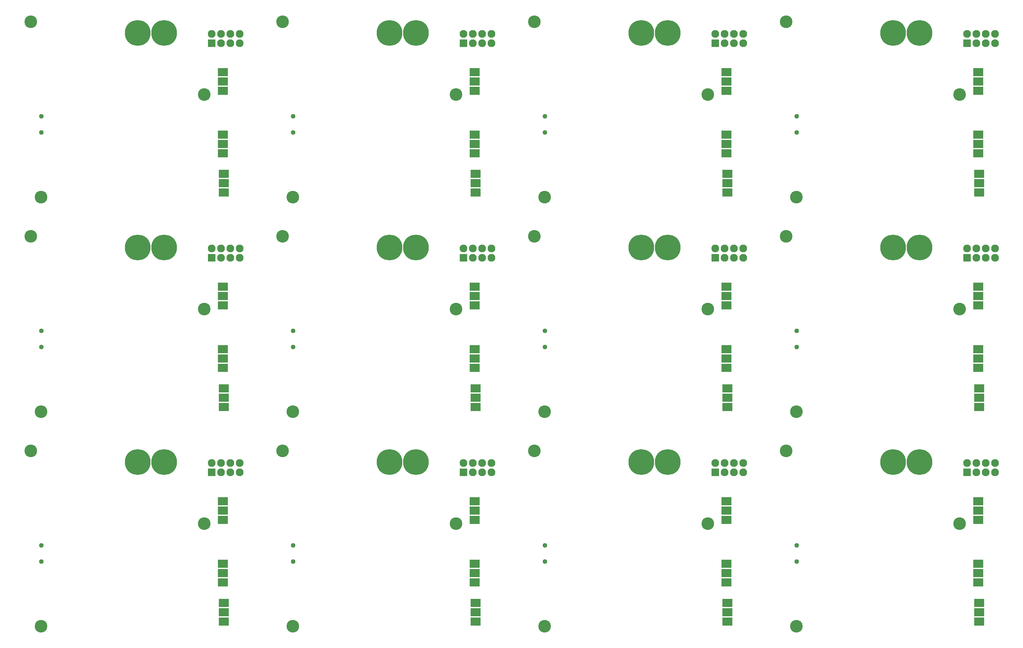
<source format=gbs>
G04 #@! TF.FileFunction,Soldermask,Bot*
%FSLAX46Y46*%
G04 Gerber Fmt 4.6, Leading zero omitted, Abs format (unit mm)*
G04 Created by KiCad (PCBNEW 4.0.6) date Friday, 09 June 2017 'AMt' 10:28:24*
%MOMM*%
%LPD*%
G01*
G04 APERTURE LIST*
%ADD10C,0.100000*%
%ADD11C,3.448000*%
%ADD12C,1.299160*%
%ADD13R,2.686000X2.178000*%
%ADD14R,2.127200X2.127200*%
%ADD15O,2.127200X2.127200*%
%ADD16C,7.004000*%
G04 APERTURE END LIST*
D10*
D11*
X143002000Y-167386000D03*
X187452000Y-139446000D03*
D12*
X143090900Y-145374360D03*
X143090900Y-149773640D03*
D13*
X192532000Y-138430000D03*
X192532000Y-135890000D03*
X192532000Y-133350000D03*
D14*
X189484000Y-125476000D03*
D15*
X189484000Y-122936000D03*
X192024000Y-125476000D03*
X192024000Y-122936000D03*
X194564000Y-125476000D03*
X194564000Y-122936000D03*
X197104000Y-125476000D03*
X197104000Y-122936000D03*
D16*
X176555400Y-122682000D03*
X169392600Y-122682000D03*
D13*
X192532000Y-155448000D03*
X192532000Y-152908000D03*
X192532000Y-150368000D03*
X192786000Y-166116000D03*
X192786000Y-163576000D03*
X192786000Y-161036000D03*
D11*
X140208000Y-119634000D03*
X71628000Y-119634000D03*
D13*
X124206000Y-166116000D03*
X124206000Y-163576000D03*
X124206000Y-161036000D03*
X123952000Y-155448000D03*
X123952000Y-152908000D03*
X123952000Y-150368000D03*
D16*
X107975400Y-122682000D03*
X100812600Y-122682000D03*
D14*
X120904000Y-125476000D03*
D15*
X120904000Y-122936000D03*
X123444000Y-125476000D03*
X123444000Y-122936000D03*
X125984000Y-125476000D03*
X125984000Y-122936000D03*
X128524000Y-125476000D03*
X128524000Y-122936000D03*
D13*
X123952000Y-138430000D03*
X123952000Y-135890000D03*
X123952000Y-133350000D03*
D12*
X74510900Y-145374360D03*
X74510900Y-149773640D03*
D11*
X118872000Y-139446000D03*
X74422000Y-167386000D03*
X5842000Y-167386000D03*
X50292000Y-139446000D03*
D12*
X5930900Y-145374360D03*
X5930900Y-149773640D03*
D13*
X55372000Y-138430000D03*
X55372000Y-135890000D03*
X55372000Y-133350000D03*
D14*
X52324000Y-125476000D03*
D15*
X52324000Y-122936000D03*
X54864000Y-125476000D03*
X54864000Y-122936000D03*
X57404000Y-125476000D03*
X57404000Y-122936000D03*
X59944000Y-125476000D03*
X59944000Y-122936000D03*
D16*
X39395400Y-122682000D03*
X32232600Y-122682000D03*
D13*
X55372000Y-155448000D03*
X55372000Y-152908000D03*
X55372000Y-150368000D03*
X55626000Y-166116000D03*
X55626000Y-163576000D03*
X55626000Y-161036000D03*
D11*
X3048000Y-119634000D03*
X208788000Y-119634000D03*
D13*
X261366000Y-166116000D03*
X261366000Y-163576000D03*
X261366000Y-161036000D03*
X261112000Y-155448000D03*
X261112000Y-152908000D03*
X261112000Y-150368000D03*
D16*
X245135400Y-122682000D03*
X237972600Y-122682000D03*
D14*
X258064000Y-125476000D03*
D15*
X258064000Y-122936000D03*
X260604000Y-125476000D03*
X260604000Y-122936000D03*
X263144000Y-125476000D03*
X263144000Y-122936000D03*
X265684000Y-125476000D03*
X265684000Y-122936000D03*
D13*
X261112000Y-138430000D03*
X261112000Y-135890000D03*
X261112000Y-133350000D03*
D12*
X211670900Y-145374360D03*
X211670900Y-149773640D03*
D11*
X256032000Y-139446000D03*
X211582000Y-167386000D03*
X208788000Y-2794000D03*
D13*
X261366000Y-49276000D03*
X261366000Y-46736000D03*
X261366000Y-44196000D03*
X261112000Y-38608000D03*
X261112000Y-36068000D03*
X261112000Y-33528000D03*
D16*
X245135400Y-5842000D03*
X237972600Y-5842000D03*
D14*
X258064000Y-8636000D03*
D15*
X258064000Y-6096000D03*
X260604000Y-8636000D03*
X260604000Y-6096000D03*
X263144000Y-8636000D03*
X263144000Y-6096000D03*
X265684000Y-8636000D03*
X265684000Y-6096000D03*
D13*
X261112000Y-21590000D03*
X261112000Y-19050000D03*
X261112000Y-16510000D03*
D12*
X211670900Y-28534360D03*
X211670900Y-32933640D03*
D11*
X256032000Y-22606000D03*
X211582000Y-50546000D03*
X211582000Y-108966000D03*
X256032000Y-81026000D03*
D12*
X211670900Y-86954360D03*
X211670900Y-91353640D03*
D13*
X261112000Y-80010000D03*
X261112000Y-77470000D03*
X261112000Y-74930000D03*
D14*
X258064000Y-67056000D03*
D15*
X258064000Y-64516000D03*
X260604000Y-67056000D03*
X260604000Y-64516000D03*
X263144000Y-67056000D03*
X263144000Y-64516000D03*
X265684000Y-67056000D03*
X265684000Y-64516000D03*
D16*
X245135400Y-64262000D03*
X237972600Y-64262000D03*
D13*
X261112000Y-97028000D03*
X261112000Y-94488000D03*
X261112000Y-91948000D03*
X261366000Y-107696000D03*
X261366000Y-105156000D03*
X261366000Y-102616000D03*
D11*
X208788000Y-61214000D03*
X3048000Y-61214000D03*
D13*
X55626000Y-107696000D03*
X55626000Y-105156000D03*
X55626000Y-102616000D03*
X55372000Y-97028000D03*
X55372000Y-94488000D03*
X55372000Y-91948000D03*
D16*
X39395400Y-64262000D03*
X32232600Y-64262000D03*
D14*
X52324000Y-67056000D03*
D15*
X52324000Y-64516000D03*
X54864000Y-67056000D03*
X54864000Y-64516000D03*
X57404000Y-67056000D03*
X57404000Y-64516000D03*
X59944000Y-67056000D03*
X59944000Y-64516000D03*
D13*
X55372000Y-80010000D03*
X55372000Y-77470000D03*
X55372000Y-74930000D03*
D12*
X5930900Y-86954360D03*
X5930900Y-91353640D03*
D11*
X50292000Y-81026000D03*
X5842000Y-108966000D03*
X74422000Y-108966000D03*
X118872000Y-81026000D03*
D12*
X74510900Y-86954360D03*
X74510900Y-91353640D03*
D13*
X123952000Y-80010000D03*
X123952000Y-77470000D03*
X123952000Y-74930000D03*
D14*
X120904000Y-67056000D03*
D15*
X120904000Y-64516000D03*
X123444000Y-67056000D03*
X123444000Y-64516000D03*
X125984000Y-67056000D03*
X125984000Y-64516000D03*
X128524000Y-67056000D03*
X128524000Y-64516000D03*
D16*
X107975400Y-64262000D03*
X100812600Y-64262000D03*
D13*
X123952000Y-97028000D03*
X123952000Y-94488000D03*
X123952000Y-91948000D03*
X124206000Y-107696000D03*
X124206000Y-105156000D03*
X124206000Y-102616000D03*
D11*
X71628000Y-61214000D03*
X140208000Y-61214000D03*
D13*
X192786000Y-107696000D03*
X192786000Y-105156000D03*
X192786000Y-102616000D03*
X192532000Y-97028000D03*
X192532000Y-94488000D03*
X192532000Y-91948000D03*
D16*
X176555400Y-64262000D03*
X169392600Y-64262000D03*
D14*
X189484000Y-67056000D03*
D15*
X189484000Y-64516000D03*
X192024000Y-67056000D03*
X192024000Y-64516000D03*
X194564000Y-67056000D03*
X194564000Y-64516000D03*
X197104000Y-67056000D03*
X197104000Y-64516000D03*
D13*
X192532000Y-80010000D03*
X192532000Y-77470000D03*
X192532000Y-74930000D03*
D12*
X143090900Y-86954360D03*
X143090900Y-91353640D03*
D11*
X187452000Y-81026000D03*
X143002000Y-108966000D03*
X143002000Y-50546000D03*
X187452000Y-22606000D03*
D12*
X143090900Y-28534360D03*
X143090900Y-32933640D03*
D13*
X192532000Y-21590000D03*
X192532000Y-19050000D03*
X192532000Y-16510000D03*
D14*
X189484000Y-8636000D03*
D15*
X189484000Y-6096000D03*
X192024000Y-8636000D03*
X192024000Y-6096000D03*
X194564000Y-8636000D03*
X194564000Y-6096000D03*
X197104000Y-8636000D03*
X197104000Y-6096000D03*
D16*
X176555400Y-5842000D03*
X169392600Y-5842000D03*
D13*
X192532000Y-38608000D03*
X192532000Y-36068000D03*
X192532000Y-33528000D03*
X192786000Y-49276000D03*
X192786000Y-46736000D03*
X192786000Y-44196000D03*
D11*
X140208000Y-2794000D03*
X71628000Y-2794000D03*
D13*
X124206000Y-49276000D03*
X124206000Y-46736000D03*
X124206000Y-44196000D03*
X123952000Y-38608000D03*
X123952000Y-36068000D03*
X123952000Y-33528000D03*
D16*
X107975400Y-5842000D03*
X100812600Y-5842000D03*
D14*
X120904000Y-8636000D03*
D15*
X120904000Y-6096000D03*
X123444000Y-8636000D03*
X123444000Y-6096000D03*
X125984000Y-8636000D03*
X125984000Y-6096000D03*
X128524000Y-8636000D03*
X128524000Y-6096000D03*
D13*
X123952000Y-21590000D03*
X123952000Y-19050000D03*
X123952000Y-16510000D03*
D12*
X74510900Y-28534360D03*
X74510900Y-32933640D03*
D11*
X118872000Y-22606000D03*
X74422000Y-50546000D03*
X5842000Y-50546000D03*
X50292000Y-22606000D03*
D12*
X5930900Y-28534360D03*
X5930900Y-32933640D03*
D13*
X55372000Y-21590000D03*
X55372000Y-19050000D03*
X55372000Y-16510000D03*
D14*
X52324000Y-8636000D03*
D15*
X52324000Y-6096000D03*
X54864000Y-8636000D03*
X54864000Y-6096000D03*
X57404000Y-8636000D03*
X57404000Y-6096000D03*
X59944000Y-8636000D03*
X59944000Y-6096000D03*
D16*
X39395400Y-5842000D03*
X32232600Y-5842000D03*
D13*
X55372000Y-38608000D03*
X55372000Y-36068000D03*
X55372000Y-33528000D03*
X55626000Y-49276000D03*
X55626000Y-46736000D03*
X55626000Y-44196000D03*
D11*
X3048000Y-2794000D03*
M02*

</source>
